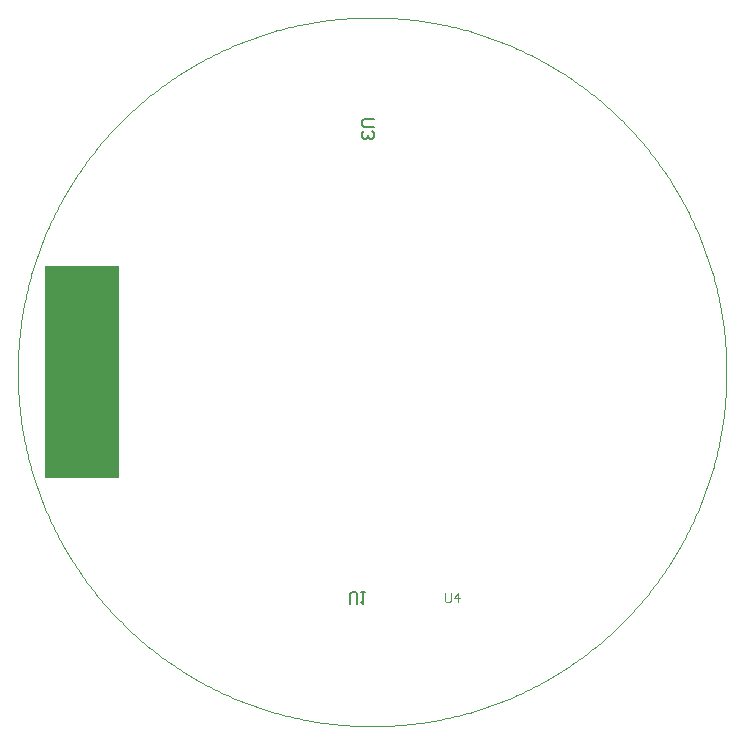
<source format=gko>
G04*
G04 #@! TF.GenerationSoftware,Altium Limited,Altium Designer,22.4.2 (48)*
G04*
G04 Layer_Color=16711935*
%FSLAX25Y25*%
%MOIN*%
G70*
G04*
G04 #@! TF.SameCoordinates,A5219701-5F61-4D45-AD81-8ED9BC4A77AE*
G04*
G04*
G04 #@! TF.FilePolarity,Positive*
G04*
G01*
G75*
%ADD14C,0.00787*%
%ADD17C,0.00004*%
%ADD18C,0.00700*%
%ADD19C,0.00400*%
%ADD155R,0.24803X0.70866*%
D14*
X130307Y60501D02*
Y63781D01*
X130963Y64437D01*
X132275D01*
X132931Y63781D01*
Y60501D01*
X134243Y64437D02*
X135555D01*
X134899D01*
Y60501D01*
X134243Y61157D01*
D17*
X137795Y19685D02*
X138793Y19689D01*
X139790Y19702D01*
X140787Y19723D01*
X141784Y19752D01*
X142781Y19790D01*
X143777Y19837D01*
X144773Y19891D01*
X145769Y19954D01*
X146764Y20026D01*
X147758Y20106D01*
X148751Y20194D01*
X149744Y20291D01*
X150736Y20396D01*
X151727Y20509D01*
X152717Y20631D01*
X153706Y20762D01*
X154693Y20900D01*
X155680Y21047D01*
X156665Y21202D01*
X157649Y21366D01*
X158632Y21538D01*
X159613Y21718D01*
X160592Y21906D01*
X161570Y22103D01*
X162546Y22308D01*
X163521Y22521D01*
X164493Y22742D01*
X165464Y22972D01*
X166432Y23209D01*
X167399Y23455D01*
X168364Y23709D01*
X169326Y23971D01*
X170286Y24242D01*
X171244Y24520D01*
X172199Y24807D01*
X173152Y25101D01*
X174102Y25404D01*
X175050Y25715D01*
X175996Y26033D01*
X176938Y26360D01*
X177878Y26694D01*
X178814Y27037D01*
X179748Y27387D01*
X180679Y27745D01*
X181607Y28111D01*
X182532Y28485D01*
X183453Y28867D01*
X184371Y29256D01*
X185286Y29654D01*
X186198Y30059D01*
X187106Y30471D01*
X188011Y30891D01*
X188911Y31319D01*
X189809Y31755D01*
X190702Y32198D01*
X191592Y32648D01*
X192478Y33106D01*
X193360Y33572D01*
X194239Y34045D01*
X195113Y34525D01*
X195983Y35013D01*
X196849Y35508D01*
X197710Y36010D01*
X198568Y36520D01*
X199421Y37037D01*
X200270Y37561D01*
X201114Y38092D01*
X201954Y38630D01*
X202789Y39175D01*
X203619Y39728D01*
X204445Y40287D01*
X205266Y40854D01*
X206082Y41427D01*
X206894Y42007D01*
X207700Y42594D01*
X208502Y43187D01*
X209298Y43788D01*
X210089Y44395D01*
X210876Y45009D01*
X211656Y45629D01*
X212432Y46256D01*
X213203Y46890D01*
X213967Y47530D01*
X214727Y48177D01*
X215481Y48829D01*
X216230Y49489D01*
X216973Y50154D01*
X217710Y50826D01*
X218442Y51504D01*
X219167Y52188D01*
X219887Y52878D01*
X220602Y53574D01*
X221310Y54277D01*
X222012Y54985D01*
X222709Y55699D01*
X223399Y56419D01*
X224083Y57145D01*
X224761Y57876D01*
X225433Y58614D01*
X226098Y59357D01*
X226758Y60105D01*
X227410Y60859D01*
X228057Y61619D01*
X228697Y62384D01*
X229330Y63154D01*
X229958Y63930D01*
X230578Y64711D01*
X231192Y65497D01*
X231799Y66288D01*
X232400Y67084D01*
X232994Y67886D01*
X233580Y68692D01*
X234161Y69504D01*
X234734Y70320D01*
X235300Y71141D01*
X235860Y71967D01*
X236412Y72797D01*
X236957Y73632D01*
X237496Y74472D01*
X238027Y75316D01*
X238551Y76165D01*
X239068Y77018D01*
X239578Y77875D01*
X240080Y78737D01*
X240575Y79603D01*
X241063Y80473D01*
X241543Y81347D01*
X242016Y82225D01*
X242482Y83107D01*
X242940Y83993D01*
X243390Y84883D01*
X243833Y85777D01*
X244269Y86674D01*
X244697Y87575D01*
X245117Y88480D01*
X245530Y89388D01*
X245935Y90299D01*
X246332Y91214D01*
X246722Y92132D01*
X247103Y93054D01*
X247477Y93978D01*
X247843Y94906D01*
X248201Y95837D01*
X248552Y96771D01*
X248894Y97708D01*
X249229Y98647D01*
X249556Y99590D01*
X249874Y100535D01*
X250185Y101483D01*
X250487Y102433D01*
X250782Y103386D01*
X251069Y104341D01*
X251347Y105299D01*
X251618Y106259D01*
X251880Y107221D01*
X252134Y108186D01*
X252380Y109153D01*
X252618Y110121D01*
X252847Y111092D01*
X253069Y112065D01*
X253282Y113039D01*
X253487Y114015D01*
X253683Y114993D01*
X253872Y115972D01*
X254052Y116953D01*
X254224Y117936D01*
X254387Y118920D01*
X254543Y119905D01*
X254690Y120892D01*
X254828Y121879D01*
X254959Y122868D01*
X255080Y123858D01*
X255194Y124849D01*
X255299Y125841D01*
X255396Y126834D01*
X255484Y127827D01*
X255564Y128821D01*
X255636Y129816D01*
X255699Y130812D01*
X255754Y131808D01*
X255800Y132804D01*
X255838Y133801D01*
X255868Y134798D01*
X255889Y135795D01*
X255901Y136792D01*
X255906Y137790D01*
Y137795D01*
X255901Y138793D01*
X255889Y139790D01*
X255868Y140787D01*
X255838Y141784D01*
X255800Y142781D01*
X255754Y143778D01*
X255699Y144773D01*
X255636Y145769D01*
X255564Y146764D01*
X255485Y147758D01*
X255396Y148751D01*
X255299Y149744D01*
X255194Y150736D01*
X255081Y151727D01*
X254959Y152717D01*
X254829Y153706D01*
X254690Y154694D01*
X254543Y155680D01*
X254388Y156666D01*
X254225Y157650D01*
X254053Y158632D01*
X253873Y159613D01*
X253684Y160593D01*
X253488Y161571D01*
X253283Y162547D01*
X253070Y163521D01*
X252848Y164494D01*
X252619Y165464D01*
X252381Y166433D01*
X252135Y167400D01*
X251881Y168365D01*
X251619Y169327D01*
X251348Y170287D01*
X251070Y171245D01*
X250783Y172200D01*
X250489Y173153D01*
X250186Y174104D01*
X249876Y175051D01*
X249557Y175997D01*
X249230Y176939D01*
X248896Y177879D01*
X248553Y178816D01*
X248203Y179750D01*
X247845Y180680D01*
X247479Y181608D01*
X247105Y182533D01*
X246723Y183455D01*
X246334Y184373D01*
X245936Y185288D01*
X245532Y186199D01*
X245119Y187107D01*
X244699Y188012D01*
X244271Y188913D01*
X243835Y189810D01*
X243392Y190704D01*
X242942Y191594D01*
X242483Y192480D01*
X242018Y193362D01*
X241545Y194240D01*
X241065Y195114D01*
X240577Y195984D01*
X240082Y196850D01*
X239579Y197712D01*
X239070Y198570D01*
X238553Y199423D01*
X238029Y200271D01*
X237498Y201116D01*
X236959Y201955D01*
X236414Y202790D01*
X235862Y203621D01*
X235302Y204447D01*
X234736Y205268D01*
X234163Y206084D01*
X233582Y206896D01*
X232996Y207702D01*
X232402Y208504D01*
X231801Y209300D01*
X231194Y210091D01*
X230580Y210877D01*
X229960Y211658D01*
X229332Y212434D01*
X228699Y213205D01*
X228059Y213969D01*
X227412Y214729D01*
X226760Y215483D01*
X226100Y216232D01*
X225435Y216975D01*
X224763Y217712D01*
X224085Y218443D01*
X223401Y219169D01*
X222710Y219889D01*
X222014Y220604D01*
X221312Y221312D01*
X220603Y222014D01*
X219889Y222710D01*
X219169Y223401D01*
X218443Y224085D01*
X217712Y224763D01*
X216975Y225435D01*
X216232Y226100D01*
X215483Y226760D01*
X214729Y227412D01*
X213969Y228059D01*
X213204Y228699D01*
X212434Y229333D01*
X211658Y229960D01*
X210877Y230580D01*
X210091Y231194D01*
X209300Y231801D01*
X208504Y232402D01*
X207702Y232996D01*
X206895Y233582D01*
X206084Y234163D01*
X205268Y234736D01*
X204447Y235302D01*
X203621Y235862D01*
X202790Y236414D01*
X201955Y236959D01*
X201115Y237498D01*
X200271Y238029D01*
X199423Y238553D01*
X198570Y239070D01*
X197712Y239579D01*
X196850Y240082D01*
X195984Y240577D01*
X195114Y241065D01*
X194240Y241545D01*
X193362Y242018D01*
X192480Y242483D01*
X191594Y242942D01*
X190704Y243392D01*
X189810Y243835D01*
X188913Y244271D01*
X188012Y244699D01*
X187107Y245119D01*
X186199Y245532D01*
X185288Y245936D01*
X184373Y246334D01*
X183454Y246723D01*
X182533Y247105D01*
X181608Y247479D01*
X180680Y247845D01*
X179749Y248203D01*
X178815Y248553D01*
X177879Y248896D01*
X176939Y249231D01*
X175996Y249557D01*
X175051Y249876D01*
X174103Y250186D01*
X173153Y250489D01*
X172200Y250783D01*
X171245Y251070D01*
X170287Y251348D01*
X169327Y251619D01*
X168364Y251881D01*
X167400Y252135D01*
X166433Y252381D01*
X165464Y252619D01*
X164494Y252848D01*
X163521Y253070D01*
X162547Y253283D01*
X161571Y253488D01*
X160593Y253684D01*
X159613Y253873D01*
X158632Y254053D01*
X157650Y254225D01*
X156666Y254388D01*
X155680Y254543D01*
X154694Y254690D01*
X153706Y254829D01*
X152717Y254959D01*
X151727Y255081D01*
X150736Y255194D01*
X149744Y255299D01*
X148751Y255396D01*
X147758Y255485D01*
X146764Y255564D01*
X145769Y255636D01*
X144773Y255699D01*
X143777Y255754D01*
X142781Y255800D01*
X141784Y255838D01*
X140787Y255868D01*
X139790Y255889D01*
X138793Y255901D01*
X137795Y255906D01*
X136798Y255901D01*
X135801Y255889D01*
X134803Y255868D01*
X133806Y255838D01*
X132809Y255800D01*
X131813Y255754D01*
X130817Y255699D01*
X129822Y255636D01*
X128827Y255564D01*
X127832Y255485D01*
X126839Y255396D01*
X125846Y255299D01*
X124854Y255194D01*
X123863Y255081D01*
X122873Y254959D01*
X121885Y254829D01*
X120897Y254690D01*
X119910Y254543D01*
X118925Y254388D01*
X117941Y254225D01*
X116958Y254053D01*
X115977Y253873D01*
X114998Y253684D01*
X114020Y253488D01*
X113044Y253283D01*
X112069Y253070D01*
X111097Y252848D01*
X110126Y252619D01*
X109157Y252381D01*
X108191Y252135D01*
X107226Y251881D01*
X106264Y251619D01*
X105304Y251348D01*
X104346Y251070D01*
X103390Y250783D01*
X102437Y250489D01*
X101487Y250186D01*
X100539Y249876D01*
X99594Y249557D01*
X98651Y249230D01*
X97712Y248896D01*
X96775Y248553D01*
X95841Y248203D01*
X94910Y247845D01*
X93982Y247479D01*
X93058Y247105D01*
X92136Y246723D01*
X91218Y246334D01*
X90303Y245936D01*
X89391Y245531D01*
X88483Y245119D01*
X87578Y244699D01*
X86677Y244271D01*
X85780Y243835D01*
X84886Y243392D01*
X83997Y242941D01*
X83111Y242483D01*
X82228Y242018D01*
X81350Y241545D01*
X80476Y241065D01*
X79606Y240577D01*
X78740Y240082D01*
X77878Y239579D01*
X77021Y239070D01*
X76168Y238553D01*
X75319Y238029D01*
X74475Y237498D01*
X73635Y236959D01*
X72800Y236414D01*
X71969Y235862D01*
X71144Y235302D01*
X70323Y234736D01*
X69506Y234162D01*
X68695Y233582D01*
X67888Y232995D01*
X67087Y232402D01*
X66291Y231801D01*
X65499Y231194D01*
X64713Y230580D01*
X63932Y229960D01*
X63156Y229332D01*
X62386Y228699D01*
X61621Y228059D01*
X60861Y227412D01*
X60107Y226759D01*
X59359Y226100D01*
X58616Y225435D01*
X57879Y224763D01*
X57147Y224085D01*
X56421Y223401D01*
X55701Y222710D01*
X54987Y222014D01*
X54279Y221312D01*
X53576Y220603D01*
X52880Y219889D01*
X52190Y219169D01*
X51506Y218443D01*
X50828Y217712D01*
X50156Y216974D01*
X49490Y216232D01*
X48831Y215483D01*
X48178Y214729D01*
X47532Y213969D01*
X46891Y213204D01*
X46258Y212434D01*
X45631Y211658D01*
X45010Y210877D01*
X44396Y210091D01*
X43789Y209300D01*
X43189Y208503D01*
X42595Y207702D01*
X42008Y206895D01*
X41428Y206084D01*
X40855Y205268D01*
X40288Y204447D01*
X39729Y203621D01*
X39176Y202790D01*
X38631Y201955D01*
X38093Y201115D01*
X37562Y200271D01*
X37038Y199423D01*
X36521Y198569D01*
X36011Y197712D01*
X35509Y196850D01*
X35014Y195984D01*
X34526Y195114D01*
X34045Y194240D01*
X33573Y193362D01*
X33107Y192480D01*
X32649Y191594D01*
X32198Y190704D01*
X31755Y189810D01*
X31320Y188913D01*
X30892Y188012D01*
X30472Y187107D01*
X30059Y186199D01*
X29654Y185288D01*
X29257Y184373D01*
X28867Y183454D01*
X28486Y182533D01*
X28112Y181608D01*
X27746Y180680D01*
X27387Y179749D01*
X27037Y178815D01*
X26695Y177879D01*
X26360Y176939D01*
X26033Y175996D01*
X25715Y175051D01*
X25404Y174103D01*
X25102Y173153D01*
X24807Y172200D01*
X24521Y171245D01*
X24242Y170287D01*
X23972Y169327D01*
X23709Y168364D01*
X23455Y167400D01*
X23210Y166433D01*
X22972Y165464D01*
X22742Y164494D01*
X22521Y163521D01*
X22308Y162547D01*
X22103Y161571D01*
X21906Y160593D01*
X21718Y159613D01*
X21538Y158632D01*
X21366Y157650D01*
X21202Y156666D01*
X21047Y155680D01*
X20900Y154694D01*
X20762Y153706D01*
X20631Y152717D01*
X20510Y151727D01*
X20396Y150736D01*
X20291Y149744D01*
X20194Y148751D01*
X20106Y147758D01*
X20026Y146764D01*
X19954Y145769D01*
X19891Y144773D01*
X19837Y143777D01*
X19790Y142781D01*
X19752Y141784D01*
X19723Y140787D01*
X19702Y139790D01*
X19689Y138793D01*
X19685Y137795D01*
X19689Y136798D01*
X19702Y135801D01*
X19723Y134803D01*
X19752Y133806D01*
X19790Y132809D01*
X19837Y131813D01*
X19891Y130817D01*
X19954Y129822D01*
X20026Y128827D01*
X20106Y127832D01*
X20194Y126839D01*
X20291Y125846D01*
X20396Y124854D01*
X20510Y123863D01*
X20631Y122873D01*
X20762Y121885D01*
X20900Y120897D01*
X21047Y119910D01*
X21202Y118925D01*
X21366Y117941D01*
X21538Y116958D01*
X21718Y115977D01*
X21906Y114998D01*
X22103Y114020D01*
X22308Y113044D01*
X22521Y112069D01*
X22742Y111097D01*
X22972Y110126D01*
X23210Y109157D01*
X23456Y108191D01*
X23710Y107226D01*
X23972Y106264D01*
X24242Y105304D01*
X24521Y104346D01*
X24807Y103390D01*
X25102Y102437D01*
X25404Y101487D01*
X25715Y100539D01*
X26034Y99594D01*
X26360Y98651D01*
X26695Y97712D01*
X27037Y96775D01*
X27387Y95841D01*
X27746Y94910D01*
X28112Y93982D01*
X28486Y93058D01*
X28868Y92136D01*
X29257Y91218D01*
X29654Y90303D01*
X30059Y89391D01*
X30472Y88483D01*
X30892Y87578D01*
X31320Y86677D01*
X31755Y85780D01*
X32199Y84886D01*
X32649Y83997D01*
X33107Y83111D01*
X33573Y82228D01*
X34046Y81350D01*
X34526Y80476D01*
X35014Y79606D01*
X35509Y78740D01*
X36011Y77878D01*
X36521Y77021D01*
X37038Y76168D01*
X37562Y75319D01*
X38093Y74475D01*
X38631Y73635D01*
X39177Y72800D01*
X39729Y71969D01*
X40288Y71144D01*
X40855Y70323D01*
X41428Y69506D01*
X42008Y68695D01*
X42595Y67888D01*
X43189Y67087D01*
X43789Y66291D01*
X44397Y65499D01*
X45011Y64713D01*
X45631Y63932D01*
X46258Y63156D01*
X46892Y62386D01*
X47532Y61621D01*
X48178Y60861D01*
X48831Y60107D01*
X49490Y59359D01*
X50156Y58616D01*
X50828Y57879D01*
X51506Y57147D01*
X52190Y56421D01*
X52880Y55701D01*
X53576Y54987D01*
X54279Y54279D01*
X54987Y53576D01*
X55701Y52880D01*
X56421Y52190D01*
X57147Y51506D01*
X57879Y50828D01*
X58616Y50156D01*
X59359Y49490D01*
X60107Y48831D01*
X60862Y48178D01*
X61621Y47532D01*
X62386Y46891D01*
X63156Y46258D01*
X63932Y45631D01*
X64713Y45010D01*
X65499Y44396D01*
X66291Y43789D01*
X67087Y43189D01*
X67889Y42595D01*
X68695Y42008D01*
X69507Y41428D01*
X70323Y40855D01*
X71144Y40288D01*
X71970Y39729D01*
X72800Y39176D01*
X73635Y38631D01*
X74475Y38093D01*
X75319Y37562D01*
X76168Y37038D01*
X77021Y36521D01*
X77879Y36011D01*
X78740Y35509D01*
X79606Y35014D01*
X80476Y34526D01*
X81350Y34045D01*
X82229Y33573D01*
X83111Y33107D01*
X83997Y32649D01*
X84887Y32198D01*
X85780Y31755D01*
X86678Y31320D01*
X87579Y30892D01*
X88483Y30472D01*
X89391Y30059D01*
X90303Y29654D01*
X91218Y29257D01*
X92136Y28867D01*
X93058Y28486D01*
X93982Y28112D01*
X94910Y27746D01*
X95841Y27387D01*
X96775Y27037D01*
X97712Y26695D01*
X98652Y26360D01*
X99594Y26033D01*
X100539Y25715D01*
X101487Y25404D01*
X102438Y25102D01*
X103391Y24807D01*
X104346Y24521D01*
X105304Y24242D01*
X106264Y23972D01*
X107226Y23709D01*
X108191Y23455D01*
X109158Y23210D01*
X110126Y22972D01*
X111097Y22742D01*
X112069Y22521D01*
X113044Y22308D01*
X114020Y22103D01*
X114998Y21906D01*
X115977Y21718D01*
X116958Y21538D01*
X117941Y21366D01*
X118925Y21202D01*
X119910Y21047D01*
X120896Y20900D01*
X121884Y20762D01*
X122873Y20631D01*
X123863Y20510D01*
X124854Y20396D01*
X125846Y20291D01*
X126839Y20194D01*
X127832Y20106D01*
X128826Y20026D01*
X129821Y19954D01*
X130817Y19891D01*
X131813Y19837D01*
X132809Y19790D01*
X133806Y19752D01*
X134803Y19723D01*
X135800Y19702D01*
X136797Y19689D01*
X137795Y19685D01*
D18*
X138577Y222244D02*
X135245D01*
X134579Y221578D01*
Y220245D01*
X135245Y219578D01*
X138577D01*
X137911Y218245D02*
X138577Y217579D01*
Y216246D01*
X137911Y215580D01*
X137244D01*
X136578Y216246D01*
Y216913D01*
Y216246D01*
X135912Y215580D01*
X135245D01*
X134579Y216246D01*
Y217579D01*
X135245Y218245D01*
D19*
X162067Y64042D02*
Y61543D01*
X162567Y61043D01*
X163566D01*
X164066Y61543D01*
Y64042D01*
X166565Y61043D02*
Y64042D01*
X165066Y62543D01*
X167065D01*
D155*
X40945Y137795D02*
D03*
D03*
M02*

</source>
